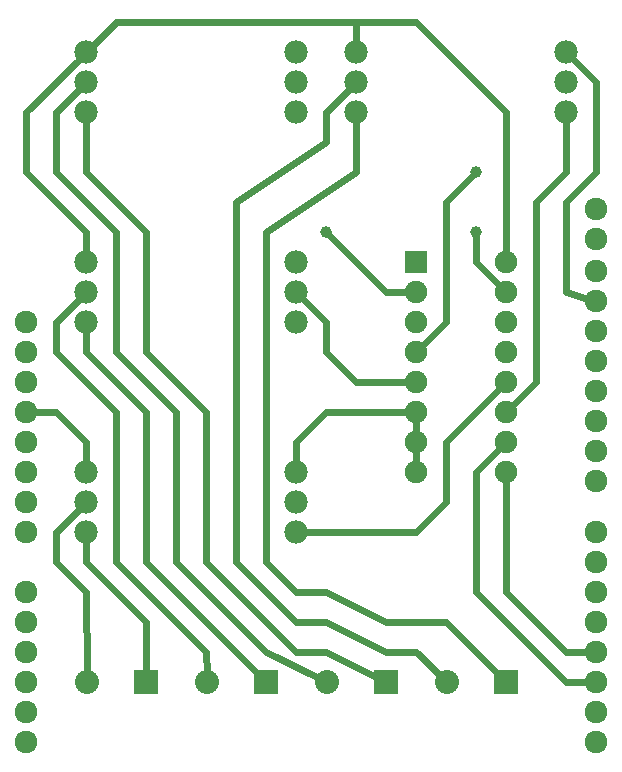
<source format=gbl>
G04 MADE WITH FRITZING*
G04 WWW.FRITZING.ORG*
G04 DOUBLE SIDED*
G04 HOLES PLATED*
G04 CONTOUR ON CENTER OF CONTOUR VECTOR*
%ASAXBY*%
%FSLAX23Y23*%
%MOIN*%
%OFA0B0*%
%SFA1.0B1.0*%
%ADD10C,0.075833*%
%ADD11C,0.075000*%
%ADD12C,0.078000*%
%ADD13C,0.080000*%
%ADD14C,0.039370*%
%ADD15R,0.075000X0.075000*%
%ADD16R,0.080000X0.080000*%
%ADD17C,0.024000*%
%LNCOPPER0*%
G90*
G70*
G54D10*
X1994Y1987D03*
X1994Y1887D03*
X1994Y1780D03*
X1994Y1680D03*
X1994Y1580D03*
X1994Y1480D03*
X1994Y1380D03*
X1994Y1280D03*
X1994Y1180D03*
X1994Y1080D03*
X1994Y910D03*
X1994Y810D03*
X1994Y710D03*
X1994Y610D03*
X1994Y510D03*
X1994Y410D03*
X1994Y310D03*
X1994Y210D03*
X94Y1610D03*
X94Y1510D03*
X94Y1410D03*
X94Y1310D03*
X94Y1210D03*
X94Y1110D03*
X94Y1010D03*
X94Y910D03*
X94Y710D03*
X94Y610D03*
X94Y510D03*
X94Y410D03*
X94Y310D03*
X94Y210D03*
G54D11*
X1394Y1810D03*
X1694Y1810D03*
X1394Y1710D03*
X1694Y1710D03*
X1394Y1610D03*
X1694Y1610D03*
X1394Y1510D03*
X1694Y1510D03*
X1394Y1410D03*
X1694Y1410D03*
X1394Y1310D03*
X1694Y1310D03*
X1394Y1210D03*
X1694Y1210D03*
X1394Y1110D03*
X1694Y1110D03*
G54D12*
X1194Y2310D03*
X1194Y2410D03*
X1194Y2510D03*
X1894Y2310D03*
X1894Y2410D03*
X1894Y2510D03*
X294Y2310D03*
X294Y2410D03*
X294Y2510D03*
X994Y2310D03*
X994Y2410D03*
X994Y2510D03*
X294Y1610D03*
X294Y1710D03*
X294Y1810D03*
X994Y1610D03*
X994Y1710D03*
X994Y1810D03*
X294Y910D03*
X294Y1010D03*
X294Y1110D03*
X994Y910D03*
X994Y1010D03*
X994Y1110D03*
G54D13*
X1694Y410D03*
X1497Y410D03*
X1294Y410D03*
X1097Y410D03*
X894Y410D03*
X697Y410D03*
X494Y410D03*
X297Y410D03*
G54D14*
X1594Y1910D03*
X1594Y2110D03*
X1094Y1910D03*
G54D15*
X1394Y1810D03*
G54D16*
X1694Y410D03*
X1294Y410D03*
X894Y410D03*
X494Y410D03*
G54D17*
X1394Y1139D02*
X1394Y1181D01*
D02*
X1394Y1239D02*
X1394Y1281D01*
D02*
X1094Y1310D02*
X994Y1210D01*
D02*
X994Y1210D02*
X994Y1140D01*
D02*
X1365Y1310D02*
X1094Y1310D01*
D02*
X294Y710D02*
X297Y441D01*
D02*
X194Y810D02*
X294Y710D01*
D02*
X194Y910D02*
X194Y810D01*
D02*
X273Y989D02*
X194Y910D01*
D02*
X494Y610D02*
X494Y410D01*
D02*
X294Y810D02*
X494Y610D01*
D02*
X294Y880D02*
X294Y810D01*
D02*
X694Y510D02*
X696Y441D01*
D02*
X194Y1510D02*
X294Y1410D01*
D02*
X394Y810D02*
X694Y510D01*
D02*
X394Y1310D02*
X394Y810D01*
D02*
X294Y1410D02*
X394Y1310D01*
D02*
X194Y1610D02*
X194Y1510D01*
D02*
X273Y1689D02*
X194Y1610D01*
D02*
X794Y510D02*
X872Y432D01*
D02*
X494Y810D02*
X794Y510D01*
D02*
X494Y1310D02*
X494Y810D01*
D02*
X294Y1510D02*
X494Y1310D01*
D02*
X294Y1580D02*
X294Y1510D01*
D02*
X394Y1510D02*
X594Y1310D01*
D02*
X394Y1910D02*
X394Y1510D01*
D02*
X894Y510D02*
X1069Y424D01*
D02*
X594Y810D02*
X894Y510D01*
D02*
X594Y1310D02*
X594Y810D01*
D02*
X194Y2110D02*
X394Y1910D01*
D02*
X194Y2310D02*
X194Y2110D01*
D02*
X273Y2389D02*
X194Y2310D01*
D02*
X994Y510D02*
X1094Y510D01*
D02*
X1094Y510D02*
X1266Y424D01*
D02*
X694Y810D02*
X994Y510D01*
D02*
X694Y1310D02*
X694Y810D01*
D02*
X494Y1510D02*
X694Y1310D01*
D02*
X494Y1910D02*
X494Y1510D01*
D02*
X294Y2110D02*
X494Y1910D01*
D02*
X294Y2280D02*
X294Y2110D01*
D02*
X1394Y510D02*
X1475Y432D01*
D02*
X994Y610D02*
X1094Y610D01*
D02*
X1094Y610D02*
X1294Y510D01*
D02*
X1294Y510D02*
X1394Y510D01*
D02*
X1094Y2210D02*
X794Y2010D01*
D02*
X1094Y2310D02*
X1094Y2210D01*
D02*
X794Y810D02*
X994Y610D01*
D02*
X794Y2010D02*
X794Y810D01*
D02*
X1173Y2389D02*
X1094Y2310D01*
D02*
X1294Y610D02*
X1494Y610D01*
D02*
X1494Y610D02*
X1672Y432D01*
D02*
X994Y710D02*
X1094Y710D01*
D02*
X1094Y710D02*
X1294Y610D01*
D02*
X894Y810D02*
X994Y710D01*
D02*
X1194Y2110D02*
X894Y1910D01*
D02*
X894Y1910D02*
X894Y810D01*
D02*
X1194Y2280D02*
X1194Y2110D01*
D02*
X294Y1210D02*
X294Y1140D01*
D02*
X194Y1310D02*
X294Y1210D01*
D02*
X122Y1310D02*
X194Y1310D01*
D02*
X294Y1910D02*
X294Y1840D01*
D02*
X94Y2310D02*
X94Y2110D01*
D02*
X94Y2110D02*
X294Y1910D01*
D02*
X273Y2489D02*
X94Y2310D01*
D02*
X394Y2610D02*
X315Y2531D01*
D02*
X494Y2610D02*
X394Y2610D01*
D02*
X1194Y2610D02*
X494Y2610D01*
D02*
X1194Y2540D02*
X1194Y2610D01*
D02*
X1194Y2610D02*
X1194Y2540D01*
D02*
X1694Y2310D02*
X1394Y2610D01*
D02*
X1394Y2610D02*
X1194Y2610D01*
D02*
X1694Y1839D02*
X1694Y2310D01*
D02*
X1094Y1610D02*
X1015Y1689D01*
D02*
X1094Y1510D02*
X1094Y1610D01*
D02*
X1194Y1410D02*
X1094Y1510D01*
D02*
X1365Y1410D02*
X1194Y1410D01*
D02*
X1894Y2010D02*
X1894Y1710D01*
D02*
X1994Y2110D02*
X1894Y2010D01*
D02*
X1894Y1710D02*
X1967Y1688D01*
D02*
X1994Y2410D02*
X1994Y2110D01*
D02*
X1915Y2489D02*
X1994Y2410D01*
D02*
X1894Y2110D02*
X1894Y2280D01*
D02*
X1794Y1410D02*
X1794Y2010D01*
D02*
X1794Y2010D02*
X1894Y2110D01*
D02*
X1714Y1330D02*
X1794Y1410D01*
D02*
X1694Y710D02*
X1694Y1081D01*
D02*
X1894Y510D02*
X1694Y710D01*
D02*
X1966Y510D02*
X1894Y510D01*
D02*
X1494Y1010D02*
X1394Y910D01*
D02*
X1494Y1210D02*
X1494Y1010D01*
D02*
X1394Y910D02*
X994Y910D01*
D02*
X1674Y1390D02*
X1494Y1210D01*
D02*
X1594Y1110D02*
X1674Y1190D01*
D02*
X1894Y410D02*
X1594Y710D01*
D02*
X1594Y710D02*
X1594Y1110D01*
D02*
X1966Y410D02*
X1894Y410D01*
D02*
X1594Y1810D02*
X1594Y1891D01*
D02*
X1674Y1730D02*
X1594Y1810D01*
D02*
X1494Y2010D02*
X1581Y2097D01*
D02*
X1494Y1610D02*
X1494Y2010D01*
D02*
X1414Y1530D02*
X1494Y1610D01*
D02*
X1194Y1810D02*
X1107Y1897D01*
D02*
X1294Y1710D02*
X1194Y1810D01*
D02*
X1365Y1710D02*
X1294Y1710D01*
G04 End of Copper0*
M02*
</source>
